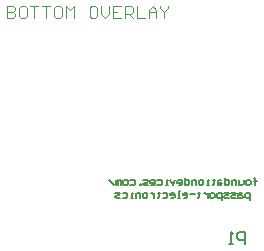
<source format=gbo>
G04*
G04 #@! TF.GenerationSoftware,Altium Limited,Altium Designer,20.2.6 (244)*
G04*
G04 Layer_Color=32896*
%FSLAX25Y25*%
%MOIN*%
G70*
G04*
G04 #@! TF.SameCoordinates,5AE4630F-2555-4F6A-8CD4-AD4B39003086*
G04*
G04*
G04 #@! TF.FilePolarity,Positive*
G04*
G01*
G75*
%ADD10C,0.00591*%
%ADD11C,0.00394*%
%ADD12C,0.00800*%
D10*
X825605Y467329D02*
Y469297D01*
Y468509D01*
X825998D01*
X825211D01*
X825605D01*
Y469297D01*
X825211Y469690D01*
X823637Y467329D02*
X822850D01*
X822456Y467722D01*
Y468509D01*
X822850Y468903D01*
X823637D01*
X824030Y468509D01*
Y467722D01*
X823637Y467329D01*
X821669Y468903D02*
Y467722D01*
X821276Y467329D01*
X820095D01*
Y468903D01*
X819308Y467329D02*
Y468903D01*
X818127D01*
X817733Y468509D01*
Y467329D01*
X815372Y469690D02*
Y467329D01*
X816553D01*
X816946Y467722D01*
Y468509D01*
X816553Y468903D01*
X815372D01*
X814191D02*
X813404D01*
X813011Y468509D01*
Y467329D01*
X814191D01*
X814585Y467722D01*
X814191Y468116D01*
X813011D01*
X811830Y469297D02*
Y468903D01*
X812223D01*
X811436D01*
X811830D01*
Y467722D01*
X811436Y467329D01*
X810255D02*
X809468D01*
X809862D01*
Y468903D01*
X810255D01*
X807894Y467329D02*
X807107D01*
X806713Y467722D01*
Y468509D01*
X807107Y468903D01*
X807894D01*
X808288Y468509D01*
Y467722D01*
X807894Y467329D01*
X805926D02*
Y468903D01*
X804745D01*
X804352Y468509D01*
Y467329D01*
X801990Y469690D02*
Y467329D01*
X803171D01*
X803565Y467722D01*
Y468509D01*
X803171Y468903D01*
X801990D01*
X800023Y467329D02*
X800810D01*
X801203Y467722D01*
Y468509D01*
X800810Y468903D01*
X800023D01*
X799629Y468509D01*
Y468116D01*
X801203D01*
X798842Y468903D02*
X798055Y467329D01*
X797267Y468903D01*
X796480Y467329D02*
X795693D01*
X796087D01*
Y468903D01*
X796480D01*
X792938D02*
X794119D01*
X794513Y468509D01*
Y467722D01*
X794119Y467329D01*
X792938D01*
X790970D02*
X791757D01*
X792151Y467722D01*
Y468509D01*
X791757Y468903D01*
X790970D01*
X790577Y468509D01*
Y468116D01*
X792151D01*
X789790Y467329D02*
X788609D01*
X788215Y467722D01*
X788609Y468116D01*
X789396D01*
X789790Y468509D01*
X789396Y468903D01*
X788215D01*
X787428Y467329D02*
Y467722D01*
X787035D01*
Y467329D01*
X787428D01*
X783886Y468903D02*
X785067D01*
X785460Y468509D01*
Y467722D01*
X785067Y467329D01*
X783886D01*
X782705D02*
X781918D01*
X781525Y467722D01*
Y468509D01*
X781918Y468903D01*
X782705D01*
X783099Y468509D01*
Y467722D01*
X782705Y467329D01*
X780737D02*
Y468903D01*
X780344D01*
X779950Y468509D01*
Y467329D01*
Y468509D01*
X779557Y468903D01*
X779163Y468509D01*
Y467329D01*
X778376D02*
X776802Y468903D01*
X823834Y462291D02*
Y464652D01*
X822653D01*
X822259Y464258D01*
Y463471D01*
X822653Y463078D01*
X823834D01*
X821079Y464652D02*
X820292D01*
X819898Y464258D01*
Y463078D01*
X821079D01*
X821472Y463471D01*
X821079Y463865D01*
X819898D01*
X819111Y463078D02*
X817930D01*
X817537Y463471D01*
X817930Y463865D01*
X818717D01*
X819111Y464258D01*
X818717Y464652D01*
X817537D01*
X816749Y463078D02*
X815569D01*
X815175Y463471D01*
X815569Y463865D01*
X816356D01*
X816749Y464258D01*
X816356Y464652D01*
X815175D01*
X814388Y462291D02*
Y464652D01*
X813207D01*
X812814Y464258D01*
Y463471D01*
X813207Y463078D01*
X814388D01*
X811633D02*
X810846D01*
X810452Y463471D01*
Y464258D01*
X810846Y464652D01*
X811633D01*
X812027Y464258D01*
Y463471D01*
X811633Y463078D01*
X809665Y464652D02*
Y463078D01*
Y463865D01*
X809272Y464258D01*
X808878Y464652D01*
X808484D01*
X806910Y465046D02*
Y464652D01*
X807304D01*
X806516D01*
X806910D01*
Y463471D01*
X806516Y463078D01*
X805336Y464258D02*
X803761D01*
X801794Y463078D02*
X802581D01*
X802974Y463471D01*
Y464258D01*
X802581Y464652D01*
X801794D01*
X801400Y464258D01*
Y463865D01*
X802974D01*
X800613Y463078D02*
X799826D01*
X800219D01*
Y465439D01*
X800613D01*
X797464Y463078D02*
X798251D01*
X798645Y463471D01*
Y464258D01*
X798251Y464652D01*
X797464D01*
X797071Y464258D01*
Y463865D01*
X798645D01*
X794709Y464652D02*
X795890D01*
X796284Y464258D01*
Y463471D01*
X795890Y463078D01*
X794709D01*
X793529Y465046D02*
Y464652D01*
X793922D01*
X793135D01*
X793529D01*
Y463471D01*
X793135Y463078D01*
X791954Y464652D02*
Y463078D01*
Y463865D01*
X791561Y464258D01*
X791167Y464652D01*
X790774D01*
X789199Y463078D02*
X788412D01*
X788019Y463471D01*
Y464258D01*
X788412Y464652D01*
X789199D01*
X789593Y464258D01*
Y463471D01*
X789199Y463078D01*
X787231D02*
Y464652D01*
X786051D01*
X785657Y464258D01*
Y463078D01*
X784870D02*
X784083D01*
X784476D01*
Y464652D01*
X784870D01*
X781328D02*
X782509D01*
X782902Y464258D01*
Y463471D01*
X782509Y463078D01*
X781328D01*
X780541D02*
X779360D01*
X778966Y463471D01*
X779360Y463865D01*
X780147D01*
X780541Y464258D01*
X780147Y464652D01*
X778966D01*
D11*
X742770Y526825D02*
Y522890D01*
X744738D01*
X745394Y523546D01*
Y524202D01*
X744738Y524858D01*
X742770D01*
X744738D01*
X745394Y525514D01*
Y526169D01*
X744738Y526825D01*
X742770D01*
X748674D02*
X747362D01*
X746706Y526169D01*
Y523546D01*
X747362Y522890D01*
X748674D01*
X749330Y523546D01*
Y526169D01*
X748674Y526825D01*
X750642D02*
X753265D01*
X751954D01*
Y522890D01*
X754577Y526825D02*
X757201D01*
X755889D01*
Y522890D01*
X760481Y526825D02*
X759169D01*
X758513Y526169D01*
Y523546D01*
X759169Y522890D01*
X760481D01*
X761137Y523546D01*
Y526169D01*
X760481Y526825D01*
X762449Y522890D02*
Y526825D01*
X763761Y525514D01*
X765073Y526825D01*
Y522890D01*
X772288Y526825D02*
X770976D01*
X770320Y526169D01*
Y523546D01*
X770976Y522890D01*
X772288D01*
X772944Y523546D01*
Y526169D01*
X772288Y526825D01*
X774256D02*
Y524202D01*
X775568Y522890D01*
X776880Y524202D01*
Y526825D01*
X780816D02*
X778192D01*
Y522890D01*
X780816D01*
X778192Y524858D02*
X779504D01*
X782128Y522890D02*
Y526825D01*
X784095D01*
X784751Y526169D01*
Y524858D01*
X784095Y524202D01*
X782128D01*
X783439D02*
X784751Y522890D01*
X786063Y526825D02*
Y522890D01*
X788687D01*
X789999D02*
Y525514D01*
X791311Y526825D01*
X792623Y525514D01*
Y522890D01*
Y524858D01*
X789999D01*
X793935Y526825D02*
Y526169D01*
X795247Y524858D01*
X796559Y526169D01*
Y526825D01*
X795247Y524858D02*
Y522890D01*
D12*
X822066Y447701D02*
Y451699D01*
X820067D01*
X819400Y451033D01*
Y449700D01*
X820067Y449034D01*
X822066D01*
X818067Y447701D02*
X816734D01*
X817401D01*
Y451699D01*
X818067Y451033D01*
M02*

</source>
